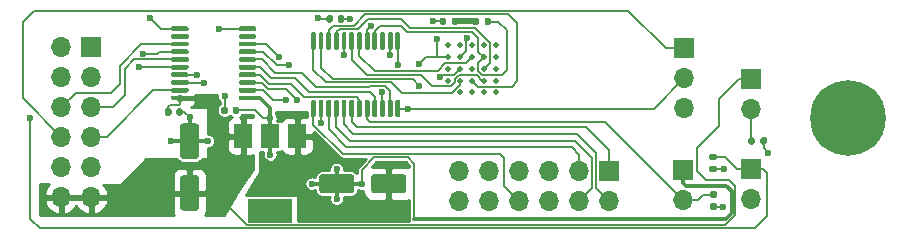
<source format=gbr>
G04 #@! TF.GenerationSoftware,KiCad,Pcbnew,(5.1.10)-1*
G04 #@! TF.CreationDate,2021-08-03T19:53:46-05:00*
G04 #@! TF.ProjectId,spimux,7370696d-7578-42e6-9b69-6361645f7063,rev?*
G04 #@! TF.SameCoordinates,Original*
G04 #@! TF.FileFunction,Copper,L1,Top*
G04 #@! TF.FilePolarity,Positive*
%FSLAX46Y46*%
G04 Gerber Fmt 4.6, Leading zero omitted, Abs format (unit mm)*
G04 Created by KiCad (PCBNEW (5.1.10)-1) date 2021-08-03 19:53:46*
%MOMM*%
%LPD*%
G01*
G04 APERTURE LIST*
G04 #@! TA.AperFunction,ComponentPad*
%ADD10C,6.400000*%
G04 #@! TD*
G04 #@! TA.AperFunction,SMDPad,CuDef*
%ADD11C,0.500000*%
G04 #@! TD*
G04 #@! TA.AperFunction,ComponentPad*
%ADD12O,1.700000X1.700000*%
G04 #@! TD*
G04 #@! TA.AperFunction,ComponentPad*
%ADD13R,1.700000X1.700000*%
G04 #@! TD*
G04 #@! TA.AperFunction,SMDPad,CuDef*
%ADD14R,1.500000X2.000000*%
G04 #@! TD*
G04 #@! TA.AperFunction,SMDPad,CuDef*
%ADD15R,3.800000X2.000000*%
G04 #@! TD*
G04 #@! TA.AperFunction,ViaPad*
%ADD16C,0.600000*%
G04 #@! TD*
G04 #@! TA.AperFunction,Conductor*
%ADD17C,0.160000*%
G04 #@! TD*
G04 #@! TA.AperFunction,Conductor*
%ADD18C,0.300000*%
G04 #@! TD*
G04 #@! TA.AperFunction,Conductor*
%ADD19C,0.500000*%
G04 #@! TD*
G04 #@! TA.AperFunction,Conductor*
%ADD20C,0.254000*%
G04 #@! TD*
G04 #@! TA.AperFunction,Conductor*
%ADD21C,0.100000*%
G04 #@! TD*
G04 APERTURE END LIST*
D10*
X170430000Y-99770000D03*
D11*
X140610000Y-93580000D03*
X139610000Y-93580000D03*
X138610000Y-93580000D03*
X137610000Y-93580000D03*
X136610000Y-93580000D03*
X140610000Y-94580000D03*
X139610000Y-94580000D03*
X138610000Y-94580000D03*
X137610000Y-94580000D03*
X136610000Y-94580000D03*
X140610000Y-95580000D03*
X139610000Y-95580000D03*
X138610000Y-95580000D03*
X137610000Y-95580000D03*
X136610000Y-95580000D03*
X140610000Y-96580000D03*
X139610000Y-96580000D03*
X138610000Y-96580000D03*
X137610000Y-96580000D03*
X136610000Y-96580000D03*
X140610000Y-97580000D03*
X139610000Y-97580000D03*
X138610000Y-97580000D03*
X137610000Y-97580000D03*
G04 #@! TA.AperFunction,SMDPad,CuDef*
G36*
G01*
X114605000Y-97935000D02*
X114605000Y-98135000D01*
G75*
G02*
X114505000Y-98235000I-100000J0D01*
G01*
X113230000Y-98235000D01*
G75*
G02*
X113130000Y-98135000I0J100000D01*
G01*
X113130000Y-97935000D01*
G75*
G02*
X113230000Y-97835000I100000J0D01*
G01*
X114505000Y-97835000D01*
G75*
G02*
X114605000Y-97935000I0J-100000D01*
G01*
G37*
G04 #@! TD.AperFunction*
G04 #@! TA.AperFunction,SMDPad,CuDef*
G36*
G01*
X114605000Y-97285000D02*
X114605000Y-97485000D01*
G75*
G02*
X114505000Y-97585000I-100000J0D01*
G01*
X113230000Y-97585000D01*
G75*
G02*
X113130000Y-97485000I0J100000D01*
G01*
X113130000Y-97285000D01*
G75*
G02*
X113230000Y-97185000I100000J0D01*
G01*
X114505000Y-97185000D01*
G75*
G02*
X114605000Y-97285000I0J-100000D01*
G01*
G37*
G04 #@! TD.AperFunction*
G04 #@! TA.AperFunction,SMDPad,CuDef*
G36*
G01*
X114605000Y-96635000D02*
X114605000Y-96835000D01*
G75*
G02*
X114505000Y-96935000I-100000J0D01*
G01*
X113230000Y-96935000D01*
G75*
G02*
X113130000Y-96835000I0J100000D01*
G01*
X113130000Y-96635000D01*
G75*
G02*
X113230000Y-96535000I100000J0D01*
G01*
X114505000Y-96535000D01*
G75*
G02*
X114605000Y-96635000I0J-100000D01*
G01*
G37*
G04 #@! TD.AperFunction*
G04 #@! TA.AperFunction,SMDPad,CuDef*
G36*
G01*
X114605000Y-95985000D02*
X114605000Y-96185000D01*
G75*
G02*
X114505000Y-96285000I-100000J0D01*
G01*
X113230000Y-96285000D01*
G75*
G02*
X113130000Y-96185000I0J100000D01*
G01*
X113130000Y-95985000D01*
G75*
G02*
X113230000Y-95885000I100000J0D01*
G01*
X114505000Y-95885000D01*
G75*
G02*
X114605000Y-95985000I0J-100000D01*
G01*
G37*
G04 #@! TD.AperFunction*
G04 #@! TA.AperFunction,SMDPad,CuDef*
G36*
G01*
X114605000Y-95335000D02*
X114605000Y-95535000D01*
G75*
G02*
X114505000Y-95635000I-100000J0D01*
G01*
X113230000Y-95635000D01*
G75*
G02*
X113130000Y-95535000I0J100000D01*
G01*
X113130000Y-95335000D01*
G75*
G02*
X113230000Y-95235000I100000J0D01*
G01*
X114505000Y-95235000D01*
G75*
G02*
X114605000Y-95335000I0J-100000D01*
G01*
G37*
G04 #@! TD.AperFunction*
G04 #@! TA.AperFunction,SMDPad,CuDef*
G36*
G01*
X114605000Y-94685000D02*
X114605000Y-94885000D01*
G75*
G02*
X114505000Y-94985000I-100000J0D01*
G01*
X113230000Y-94985000D01*
G75*
G02*
X113130000Y-94885000I0J100000D01*
G01*
X113130000Y-94685000D01*
G75*
G02*
X113230000Y-94585000I100000J0D01*
G01*
X114505000Y-94585000D01*
G75*
G02*
X114605000Y-94685000I0J-100000D01*
G01*
G37*
G04 #@! TD.AperFunction*
G04 #@! TA.AperFunction,SMDPad,CuDef*
G36*
G01*
X114605000Y-94035000D02*
X114605000Y-94235000D01*
G75*
G02*
X114505000Y-94335000I-100000J0D01*
G01*
X113230000Y-94335000D01*
G75*
G02*
X113130000Y-94235000I0J100000D01*
G01*
X113130000Y-94035000D01*
G75*
G02*
X113230000Y-93935000I100000J0D01*
G01*
X114505000Y-93935000D01*
G75*
G02*
X114605000Y-94035000I0J-100000D01*
G01*
G37*
G04 #@! TD.AperFunction*
G04 #@! TA.AperFunction,SMDPad,CuDef*
G36*
G01*
X114605000Y-93385000D02*
X114605000Y-93585000D01*
G75*
G02*
X114505000Y-93685000I-100000J0D01*
G01*
X113230000Y-93685000D01*
G75*
G02*
X113130000Y-93585000I0J100000D01*
G01*
X113130000Y-93385000D01*
G75*
G02*
X113230000Y-93285000I100000J0D01*
G01*
X114505000Y-93285000D01*
G75*
G02*
X114605000Y-93385000I0J-100000D01*
G01*
G37*
G04 #@! TD.AperFunction*
G04 #@! TA.AperFunction,SMDPad,CuDef*
G36*
G01*
X114605000Y-92735000D02*
X114605000Y-92935000D01*
G75*
G02*
X114505000Y-93035000I-100000J0D01*
G01*
X113230000Y-93035000D01*
G75*
G02*
X113130000Y-92935000I0J100000D01*
G01*
X113130000Y-92735000D01*
G75*
G02*
X113230000Y-92635000I100000J0D01*
G01*
X114505000Y-92635000D01*
G75*
G02*
X114605000Y-92735000I0J-100000D01*
G01*
G37*
G04 #@! TD.AperFunction*
G04 #@! TA.AperFunction,SMDPad,CuDef*
G36*
G01*
X114605000Y-92085000D02*
X114605000Y-92285000D01*
G75*
G02*
X114505000Y-92385000I-100000J0D01*
G01*
X113230000Y-92385000D01*
G75*
G02*
X113130000Y-92285000I0J100000D01*
G01*
X113130000Y-92085000D01*
G75*
G02*
X113230000Y-91985000I100000J0D01*
G01*
X114505000Y-91985000D01*
G75*
G02*
X114605000Y-92085000I0J-100000D01*
G01*
G37*
G04 #@! TD.AperFunction*
G04 #@! TA.AperFunction,SMDPad,CuDef*
G36*
G01*
X120330000Y-92085000D02*
X120330000Y-92285000D01*
G75*
G02*
X120230000Y-92385000I-100000J0D01*
G01*
X118955000Y-92385000D01*
G75*
G02*
X118855000Y-92285000I0J100000D01*
G01*
X118855000Y-92085000D01*
G75*
G02*
X118955000Y-91985000I100000J0D01*
G01*
X120230000Y-91985000D01*
G75*
G02*
X120330000Y-92085000I0J-100000D01*
G01*
G37*
G04 #@! TD.AperFunction*
G04 #@! TA.AperFunction,SMDPad,CuDef*
G36*
G01*
X120330000Y-92735000D02*
X120330000Y-92935000D01*
G75*
G02*
X120230000Y-93035000I-100000J0D01*
G01*
X118955000Y-93035000D01*
G75*
G02*
X118855000Y-92935000I0J100000D01*
G01*
X118855000Y-92735000D01*
G75*
G02*
X118955000Y-92635000I100000J0D01*
G01*
X120230000Y-92635000D01*
G75*
G02*
X120330000Y-92735000I0J-100000D01*
G01*
G37*
G04 #@! TD.AperFunction*
G04 #@! TA.AperFunction,SMDPad,CuDef*
G36*
G01*
X120330000Y-93385000D02*
X120330000Y-93585000D01*
G75*
G02*
X120230000Y-93685000I-100000J0D01*
G01*
X118955000Y-93685000D01*
G75*
G02*
X118855000Y-93585000I0J100000D01*
G01*
X118855000Y-93385000D01*
G75*
G02*
X118955000Y-93285000I100000J0D01*
G01*
X120230000Y-93285000D01*
G75*
G02*
X120330000Y-93385000I0J-100000D01*
G01*
G37*
G04 #@! TD.AperFunction*
G04 #@! TA.AperFunction,SMDPad,CuDef*
G36*
G01*
X120330000Y-94035000D02*
X120330000Y-94235000D01*
G75*
G02*
X120230000Y-94335000I-100000J0D01*
G01*
X118955000Y-94335000D01*
G75*
G02*
X118855000Y-94235000I0J100000D01*
G01*
X118855000Y-94035000D01*
G75*
G02*
X118955000Y-93935000I100000J0D01*
G01*
X120230000Y-93935000D01*
G75*
G02*
X120330000Y-94035000I0J-100000D01*
G01*
G37*
G04 #@! TD.AperFunction*
G04 #@! TA.AperFunction,SMDPad,CuDef*
G36*
G01*
X120330000Y-94685000D02*
X120330000Y-94885000D01*
G75*
G02*
X120230000Y-94985000I-100000J0D01*
G01*
X118955000Y-94985000D01*
G75*
G02*
X118855000Y-94885000I0J100000D01*
G01*
X118855000Y-94685000D01*
G75*
G02*
X118955000Y-94585000I100000J0D01*
G01*
X120230000Y-94585000D01*
G75*
G02*
X120330000Y-94685000I0J-100000D01*
G01*
G37*
G04 #@! TD.AperFunction*
G04 #@! TA.AperFunction,SMDPad,CuDef*
G36*
G01*
X120330000Y-95335000D02*
X120330000Y-95535000D01*
G75*
G02*
X120230000Y-95635000I-100000J0D01*
G01*
X118955000Y-95635000D01*
G75*
G02*
X118855000Y-95535000I0J100000D01*
G01*
X118855000Y-95335000D01*
G75*
G02*
X118955000Y-95235000I100000J0D01*
G01*
X120230000Y-95235000D01*
G75*
G02*
X120330000Y-95335000I0J-100000D01*
G01*
G37*
G04 #@! TD.AperFunction*
G04 #@! TA.AperFunction,SMDPad,CuDef*
G36*
G01*
X120330000Y-95985000D02*
X120330000Y-96185000D01*
G75*
G02*
X120230000Y-96285000I-100000J0D01*
G01*
X118955000Y-96285000D01*
G75*
G02*
X118855000Y-96185000I0J100000D01*
G01*
X118855000Y-95985000D01*
G75*
G02*
X118955000Y-95885000I100000J0D01*
G01*
X120230000Y-95885000D01*
G75*
G02*
X120330000Y-95985000I0J-100000D01*
G01*
G37*
G04 #@! TD.AperFunction*
G04 #@! TA.AperFunction,SMDPad,CuDef*
G36*
G01*
X120330000Y-96635000D02*
X120330000Y-96835000D01*
G75*
G02*
X120230000Y-96935000I-100000J0D01*
G01*
X118955000Y-96935000D01*
G75*
G02*
X118855000Y-96835000I0J100000D01*
G01*
X118855000Y-96635000D01*
G75*
G02*
X118955000Y-96535000I100000J0D01*
G01*
X120230000Y-96535000D01*
G75*
G02*
X120330000Y-96635000I0J-100000D01*
G01*
G37*
G04 #@! TD.AperFunction*
G04 #@! TA.AperFunction,SMDPad,CuDef*
G36*
G01*
X120330000Y-97285000D02*
X120330000Y-97485000D01*
G75*
G02*
X120230000Y-97585000I-100000J0D01*
G01*
X118955000Y-97585000D01*
G75*
G02*
X118855000Y-97485000I0J100000D01*
G01*
X118855000Y-97285000D01*
G75*
G02*
X118955000Y-97185000I100000J0D01*
G01*
X120230000Y-97185000D01*
G75*
G02*
X120330000Y-97285000I0J-100000D01*
G01*
G37*
G04 #@! TD.AperFunction*
G04 #@! TA.AperFunction,SMDPad,CuDef*
G36*
G01*
X120330000Y-97935000D02*
X120330000Y-98135000D01*
G75*
G02*
X120230000Y-98235000I-100000J0D01*
G01*
X118955000Y-98235000D01*
G75*
G02*
X118855000Y-98135000I0J100000D01*
G01*
X118855000Y-97935000D01*
G75*
G02*
X118955000Y-97835000I100000J0D01*
G01*
X120230000Y-97835000D01*
G75*
G02*
X120330000Y-97935000I0J-100000D01*
G01*
G37*
G04 #@! TD.AperFunction*
G04 #@! TA.AperFunction,SMDPad,CuDef*
G36*
G01*
X117930000Y-98920000D02*
X117930000Y-99260000D01*
G75*
G02*
X117790000Y-99400000I-140000J0D01*
G01*
X117510000Y-99400000D01*
G75*
G02*
X117370000Y-99260000I0J140000D01*
G01*
X117370000Y-98920000D01*
G75*
G02*
X117510000Y-98780000I140000J0D01*
G01*
X117790000Y-98780000D01*
G75*
G02*
X117930000Y-98920000I0J-140000D01*
G01*
G37*
G04 #@! TD.AperFunction*
G04 #@! TA.AperFunction,SMDPad,CuDef*
G36*
G01*
X118890000Y-98920000D02*
X118890000Y-99260000D01*
G75*
G02*
X118750000Y-99400000I-140000J0D01*
G01*
X118470000Y-99400000D01*
G75*
G02*
X118330000Y-99260000I0J140000D01*
G01*
X118330000Y-98920000D01*
G75*
G02*
X118470000Y-98780000I140000J0D01*
G01*
X118750000Y-98780000D01*
G75*
G02*
X118890000Y-98920000I0J-140000D01*
G01*
G37*
G04 #@! TD.AperFunction*
D12*
X137510000Y-106780000D03*
X137510000Y-104240000D03*
X140050000Y-106780000D03*
X140050000Y-104240000D03*
X142590000Y-106780000D03*
X142590000Y-104240000D03*
X145130000Y-106780000D03*
X145130000Y-104240000D03*
X147670000Y-106780000D03*
X147670000Y-104240000D03*
X150210000Y-106780000D03*
D13*
X150210000Y-104240000D03*
G04 #@! TA.AperFunction,SMDPad,CuDef*
G36*
G01*
X132225000Y-98205000D02*
X132425000Y-98205000D01*
G75*
G02*
X132525000Y-98305000I0J-100000D01*
G01*
X132525000Y-99580000D01*
G75*
G02*
X132425000Y-99680000I-100000J0D01*
G01*
X132225000Y-99680000D01*
G75*
G02*
X132125000Y-99580000I0J100000D01*
G01*
X132125000Y-98305000D01*
G75*
G02*
X132225000Y-98205000I100000J0D01*
G01*
G37*
G04 #@! TD.AperFunction*
G04 #@! TA.AperFunction,SMDPad,CuDef*
G36*
G01*
X131575000Y-98205000D02*
X131775000Y-98205000D01*
G75*
G02*
X131875000Y-98305000I0J-100000D01*
G01*
X131875000Y-99580000D01*
G75*
G02*
X131775000Y-99680000I-100000J0D01*
G01*
X131575000Y-99680000D01*
G75*
G02*
X131475000Y-99580000I0J100000D01*
G01*
X131475000Y-98305000D01*
G75*
G02*
X131575000Y-98205000I100000J0D01*
G01*
G37*
G04 #@! TD.AperFunction*
G04 #@! TA.AperFunction,SMDPad,CuDef*
G36*
G01*
X130925000Y-98205000D02*
X131125000Y-98205000D01*
G75*
G02*
X131225000Y-98305000I0J-100000D01*
G01*
X131225000Y-99580000D01*
G75*
G02*
X131125000Y-99680000I-100000J0D01*
G01*
X130925000Y-99680000D01*
G75*
G02*
X130825000Y-99580000I0J100000D01*
G01*
X130825000Y-98305000D01*
G75*
G02*
X130925000Y-98205000I100000J0D01*
G01*
G37*
G04 #@! TD.AperFunction*
G04 #@! TA.AperFunction,SMDPad,CuDef*
G36*
G01*
X130275000Y-98205000D02*
X130475000Y-98205000D01*
G75*
G02*
X130575000Y-98305000I0J-100000D01*
G01*
X130575000Y-99580000D01*
G75*
G02*
X130475000Y-99680000I-100000J0D01*
G01*
X130275000Y-99680000D01*
G75*
G02*
X130175000Y-99580000I0J100000D01*
G01*
X130175000Y-98305000D01*
G75*
G02*
X130275000Y-98205000I100000J0D01*
G01*
G37*
G04 #@! TD.AperFunction*
G04 #@! TA.AperFunction,SMDPad,CuDef*
G36*
G01*
X129625000Y-98205000D02*
X129825000Y-98205000D01*
G75*
G02*
X129925000Y-98305000I0J-100000D01*
G01*
X129925000Y-99580000D01*
G75*
G02*
X129825000Y-99680000I-100000J0D01*
G01*
X129625000Y-99680000D01*
G75*
G02*
X129525000Y-99580000I0J100000D01*
G01*
X129525000Y-98305000D01*
G75*
G02*
X129625000Y-98205000I100000J0D01*
G01*
G37*
G04 #@! TD.AperFunction*
G04 #@! TA.AperFunction,SMDPad,CuDef*
G36*
G01*
X128975000Y-98205000D02*
X129175000Y-98205000D01*
G75*
G02*
X129275000Y-98305000I0J-100000D01*
G01*
X129275000Y-99580000D01*
G75*
G02*
X129175000Y-99680000I-100000J0D01*
G01*
X128975000Y-99680000D01*
G75*
G02*
X128875000Y-99580000I0J100000D01*
G01*
X128875000Y-98305000D01*
G75*
G02*
X128975000Y-98205000I100000J0D01*
G01*
G37*
G04 #@! TD.AperFunction*
G04 #@! TA.AperFunction,SMDPad,CuDef*
G36*
G01*
X128325000Y-98205000D02*
X128525000Y-98205000D01*
G75*
G02*
X128625000Y-98305000I0J-100000D01*
G01*
X128625000Y-99580000D01*
G75*
G02*
X128525000Y-99680000I-100000J0D01*
G01*
X128325000Y-99680000D01*
G75*
G02*
X128225000Y-99580000I0J100000D01*
G01*
X128225000Y-98305000D01*
G75*
G02*
X128325000Y-98205000I100000J0D01*
G01*
G37*
G04 #@! TD.AperFunction*
G04 #@! TA.AperFunction,SMDPad,CuDef*
G36*
G01*
X127675000Y-98205000D02*
X127875000Y-98205000D01*
G75*
G02*
X127975000Y-98305000I0J-100000D01*
G01*
X127975000Y-99580000D01*
G75*
G02*
X127875000Y-99680000I-100000J0D01*
G01*
X127675000Y-99680000D01*
G75*
G02*
X127575000Y-99580000I0J100000D01*
G01*
X127575000Y-98305000D01*
G75*
G02*
X127675000Y-98205000I100000J0D01*
G01*
G37*
G04 #@! TD.AperFunction*
G04 #@! TA.AperFunction,SMDPad,CuDef*
G36*
G01*
X127025000Y-98205000D02*
X127225000Y-98205000D01*
G75*
G02*
X127325000Y-98305000I0J-100000D01*
G01*
X127325000Y-99580000D01*
G75*
G02*
X127225000Y-99680000I-100000J0D01*
G01*
X127025000Y-99680000D01*
G75*
G02*
X126925000Y-99580000I0J100000D01*
G01*
X126925000Y-98305000D01*
G75*
G02*
X127025000Y-98205000I100000J0D01*
G01*
G37*
G04 #@! TD.AperFunction*
G04 #@! TA.AperFunction,SMDPad,CuDef*
G36*
G01*
X126375000Y-98205000D02*
X126575000Y-98205000D01*
G75*
G02*
X126675000Y-98305000I0J-100000D01*
G01*
X126675000Y-99580000D01*
G75*
G02*
X126575000Y-99680000I-100000J0D01*
G01*
X126375000Y-99680000D01*
G75*
G02*
X126275000Y-99580000I0J100000D01*
G01*
X126275000Y-98305000D01*
G75*
G02*
X126375000Y-98205000I100000J0D01*
G01*
G37*
G04 #@! TD.AperFunction*
G04 #@! TA.AperFunction,SMDPad,CuDef*
G36*
G01*
X125725000Y-98205000D02*
X125925000Y-98205000D01*
G75*
G02*
X126025000Y-98305000I0J-100000D01*
G01*
X126025000Y-99580000D01*
G75*
G02*
X125925000Y-99680000I-100000J0D01*
G01*
X125725000Y-99680000D01*
G75*
G02*
X125625000Y-99580000I0J100000D01*
G01*
X125625000Y-98305000D01*
G75*
G02*
X125725000Y-98205000I100000J0D01*
G01*
G37*
G04 #@! TD.AperFunction*
G04 #@! TA.AperFunction,SMDPad,CuDef*
G36*
G01*
X125075000Y-98205000D02*
X125275000Y-98205000D01*
G75*
G02*
X125375000Y-98305000I0J-100000D01*
G01*
X125375000Y-99580000D01*
G75*
G02*
X125275000Y-99680000I-100000J0D01*
G01*
X125075000Y-99680000D01*
G75*
G02*
X124975000Y-99580000I0J100000D01*
G01*
X124975000Y-98305000D01*
G75*
G02*
X125075000Y-98205000I100000J0D01*
G01*
G37*
G04 #@! TD.AperFunction*
G04 #@! TA.AperFunction,SMDPad,CuDef*
G36*
G01*
X125075000Y-92480000D02*
X125275000Y-92480000D01*
G75*
G02*
X125375000Y-92580000I0J-100000D01*
G01*
X125375000Y-93855000D01*
G75*
G02*
X125275000Y-93955000I-100000J0D01*
G01*
X125075000Y-93955000D01*
G75*
G02*
X124975000Y-93855000I0J100000D01*
G01*
X124975000Y-92580000D01*
G75*
G02*
X125075000Y-92480000I100000J0D01*
G01*
G37*
G04 #@! TD.AperFunction*
G04 #@! TA.AperFunction,SMDPad,CuDef*
G36*
G01*
X125725000Y-92480000D02*
X125925000Y-92480000D01*
G75*
G02*
X126025000Y-92580000I0J-100000D01*
G01*
X126025000Y-93855000D01*
G75*
G02*
X125925000Y-93955000I-100000J0D01*
G01*
X125725000Y-93955000D01*
G75*
G02*
X125625000Y-93855000I0J100000D01*
G01*
X125625000Y-92580000D01*
G75*
G02*
X125725000Y-92480000I100000J0D01*
G01*
G37*
G04 #@! TD.AperFunction*
G04 #@! TA.AperFunction,SMDPad,CuDef*
G36*
G01*
X126375000Y-92480000D02*
X126575000Y-92480000D01*
G75*
G02*
X126675000Y-92580000I0J-100000D01*
G01*
X126675000Y-93855000D01*
G75*
G02*
X126575000Y-93955000I-100000J0D01*
G01*
X126375000Y-93955000D01*
G75*
G02*
X126275000Y-93855000I0J100000D01*
G01*
X126275000Y-92580000D01*
G75*
G02*
X126375000Y-92480000I100000J0D01*
G01*
G37*
G04 #@! TD.AperFunction*
G04 #@! TA.AperFunction,SMDPad,CuDef*
G36*
G01*
X127025000Y-92480000D02*
X127225000Y-92480000D01*
G75*
G02*
X127325000Y-92580000I0J-100000D01*
G01*
X127325000Y-93855000D01*
G75*
G02*
X127225000Y-93955000I-100000J0D01*
G01*
X127025000Y-93955000D01*
G75*
G02*
X126925000Y-93855000I0J100000D01*
G01*
X126925000Y-92580000D01*
G75*
G02*
X127025000Y-92480000I100000J0D01*
G01*
G37*
G04 #@! TD.AperFunction*
G04 #@! TA.AperFunction,SMDPad,CuDef*
G36*
G01*
X127675000Y-92480000D02*
X127875000Y-92480000D01*
G75*
G02*
X127975000Y-92580000I0J-100000D01*
G01*
X127975000Y-93855000D01*
G75*
G02*
X127875000Y-93955000I-100000J0D01*
G01*
X127675000Y-93955000D01*
G75*
G02*
X127575000Y-93855000I0J100000D01*
G01*
X127575000Y-92580000D01*
G75*
G02*
X127675000Y-92480000I100000J0D01*
G01*
G37*
G04 #@! TD.AperFunction*
G04 #@! TA.AperFunction,SMDPad,CuDef*
G36*
G01*
X128325000Y-92480000D02*
X128525000Y-92480000D01*
G75*
G02*
X128625000Y-92580000I0J-100000D01*
G01*
X128625000Y-93855000D01*
G75*
G02*
X128525000Y-93955000I-100000J0D01*
G01*
X128325000Y-93955000D01*
G75*
G02*
X128225000Y-93855000I0J100000D01*
G01*
X128225000Y-92580000D01*
G75*
G02*
X128325000Y-92480000I100000J0D01*
G01*
G37*
G04 #@! TD.AperFunction*
G04 #@! TA.AperFunction,SMDPad,CuDef*
G36*
G01*
X128975000Y-92480000D02*
X129175000Y-92480000D01*
G75*
G02*
X129275000Y-92580000I0J-100000D01*
G01*
X129275000Y-93855000D01*
G75*
G02*
X129175000Y-93955000I-100000J0D01*
G01*
X128975000Y-93955000D01*
G75*
G02*
X128875000Y-93855000I0J100000D01*
G01*
X128875000Y-92580000D01*
G75*
G02*
X128975000Y-92480000I100000J0D01*
G01*
G37*
G04 #@! TD.AperFunction*
G04 #@! TA.AperFunction,SMDPad,CuDef*
G36*
G01*
X129625000Y-92480000D02*
X129825000Y-92480000D01*
G75*
G02*
X129925000Y-92580000I0J-100000D01*
G01*
X129925000Y-93855000D01*
G75*
G02*
X129825000Y-93955000I-100000J0D01*
G01*
X129625000Y-93955000D01*
G75*
G02*
X129525000Y-93855000I0J100000D01*
G01*
X129525000Y-92580000D01*
G75*
G02*
X129625000Y-92480000I100000J0D01*
G01*
G37*
G04 #@! TD.AperFunction*
G04 #@! TA.AperFunction,SMDPad,CuDef*
G36*
G01*
X130275000Y-92480000D02*
X130475000Y-92480000D01*
G75*
G02*
X130575000Y-92580000I0J-100000D01*
G01*
X130575000Y-93855000D01*
G75*
G02*
X130475000Y-93955000I-100000J0D01*
G01*
X130275000Y-93955000D01*
G75*
G02*
X130175000Y-93855000I0J100000D01*
G01*
X130175000Y-92580000D01*
G75*
G02*
X130275000Y-92480000I100000J0D01*
G01*
G37*
G04 #@! TD.AperFunction*
G04 #@! TA.AperFunction,SMDPad,CuDef*
G36*
G01*
X130925000Y-92480000D02*
X131125000Y-92480000D01*
G75*
G02*
X131225000Y-92580000I0J-100000D01*
G01*
X131225000Y-93855000D01*
G75*
G02*
X131125000Y-93955000I-100000J0D01*
G01*
X130925000Y-93955000D01*
G75*
G02*
X130825000Y-93855000I0J100000D01*
G01*
X130825000Y-92580000D01*
G75*
G02*
X130925000Y-92480000I100000J0D01*
G01*
G37*
G04 #@! TD.AperFunction*
G04 #@! TA.AperFunction,SMDPad,CuDef*
G36*
G01*
X131575000Y-92480000D02*
X131775000Y-92480000D01*
G75*
G02*
X131875000Y-92580000I0J-100000D01*
G01*
X131875000Y-93855000D01*
G75*
G02*
X131775000Y-93955000I-100000J0D01*
G01*
X131575000Y-93955000D01*
G75*
G02*
X131475000Y-93855000I0J100000D01*
G01*
X131475000Y-92580000D01*
G75*
G02*
X131575000Y-92480000I100000J0D01*
G01*
G37*
G04 #@! TD.AperFunction*
G04 #@! TA.AperFunction,SMDPad,CuDef*
G36*
G01*
X132225000Y-92480000D02*
X132425000Y-92480000D01*
G75*
G02*
X132525000Y-92580000I0J-100000D01*
G01*
X132525000Y-93855000D01*
G75*
G02*
X132425000Y-93955000I-100000J0D01*
G01*
X132225000Y-93955000D01*
G75*
G02*
X132125000Y-93855000I0J100000D01*
G01*
X132125000Y-92580000D01*
G75*
G02*
X132225000Y-92480000I100000J0D01*
G01*
G37*
G04 #@! TD.AperFunction*
D14*
X123820000Y-101280000D03*
X119220000Y-101280000D03*
X121520000Y-101280000D03*
D15*
X121520000Y-107580000D03*
G04 #@! TA.AperFunction,SMDPad,CuDef*
G36*
G01*
X136410000Y-91375000D02*
X136410000Y-91745000D01*
G75*
G02*
X136275000Y-91880000I-135000J0D01*
G01*
X136005000Y-91880000D01*
G75*
G02*
X135870000Y-91745000I0J135000D01*
G01*
X135870000Y-91375000D01*
G75*
G02*
X136005000Y-91240000I135000J0D01*
G01*
X136275000Y-91240000D01*
G75*
G02*
X136410000Y-91375000I0J-135000D01*
G01*
G37*
G04 #@! TD.AperFunction*
G04 #@! TA.AperFunction,SMDPad,CuDef*
G36*
G01*
X137430000Y-91375000D02*
X137430000Y-91745000D01*
G75*
G02*
X137295000Y-91880000I-135000J0D01*
G01*
X137025000Y-91880000D01*
G75*
G02*
X136890000Y-91745000I0J135000D01*
G01*
X136890000Y-91375000D01*
G75*
G02*
X137025000Y-91240000I135000J0D01*
G01*
X137295000Y-91240000D01*
G75*
G02*
X137430000Y-91375000I0J-135000D01*
G01*
G37*
G04 #@! TD.AperFunction*
G04 #@! TA.AperFunction,SMDPad,CuDef*
G36*
G01*
X139670000Y-91755000D02*
X139670000Y-91385000D01*
G75*
G02*
X139805000Y-91250000I135000J0D01*
G01*
X140075000Y-91250000D01*
G75*
G02*
X140210000Y-91385000I0J-135000D01*
G01*
X140210000Y-91755000D01*
G75*
G02*
X140075000Y-91890000I-135000J0D01*
G01*
X139805000Y-91890000D01*
G75*
G02*
X139670000Y-91755000I0J135000D01*
G01*
G37*
G04 #@! TD.AperFunction*
G04 #@! TA.AperFunction,SMDPad,CuDef*
G36*
G01*
X138650000Y-91755000D02*
X138650000Y-91385000D01*
G75*
G02*
X138785000Y-91250000I135000J0D01*
G01*
X139055000Y-91250000D01*
G75*
G02*
X139190000Y-91385000I0J-135000D01*
G01*
X139190000Y-91755000D01*
G75*
G02*
X139055000Y-91890000I-135000J0D01*
G01*
X138785000Y-91890000D01*
G75*
G02*
X138650000Y-91755000I0J135000D01*
G01*
G37*
G04 #@! TD.AperFunction*
G04 #@! TA.AperFunction,SMDPad,CuDef*
G36*
G01*
X163020000Y-101865000D02*
X163020000Y-101495000D01*
G75*
G02*
X163155000Y-101360000I135000J0D01*
G01*
X163425000Y-101360000D01*
G75*
G02*
X163560000Y-101495000I0J-135000D01*
G01*
X163560000Y-101865000D01*
G75*
G02*
X163425000Y-102000000I-135000J0D01*
G01*
X163155000Y-102000000D01*
G75*
G02*
X163020000Y-101865000I0J135000D01*
G01*
G37*
G04 #@! TD.AperFunction*
G04 #@! TA.AperFunction,SMDPad,CuDef*
G36*
G01*
X162000000Y-101865000D02*
X162000000Y-101495000D01*
G75*
G02*
X162135000Y-101360000I135000J0D01*
G01*
X162405000Y-101360000D01*
G75*
G02*
X162540000Y-101495000I0J-135000D01*
G01*
X162540000Y-101865000D01*
G75*
G02*
X162405000Y-102000000I-135000J0D01*
G01*
X162135000Y-102000000D01*
G75*
G02*
X162000000Y-101865000I0J135000D01*
G01*
G37*
G04 #@! TD.AperFunction*
G04 #@! TA.AperFunction,SMDPad,CuDef*
G36*
G01*
X159195000Y-103290000D02*
X158825000Y-103290000D01*
G75*
G02*
X158690000Y-103155000I0J135000D01*
G01*
X158690000Y-102885000D01*
G75*
G02*
X158825000Y-102750000I135000J0D01*
G01*
X159195000Y-102750000D01*
G75*
G02*
X159330000Y-102885000I0J-135000D01*
G01*
X159330000Y-103155000D01*
G75*
G02*
X159195000Y-103290000I-135000J0D01*
G01*
G37*
G04 #@! TD.AperFunction*
G04 #@! TA.AperFunction,SMDPad,CuDef*
G36*
G01*
X159195000Y-104310000D02*
X158825000Y-104310000D01*
G75*
G02*
X158690000Y-104175000I0J135000D01*
G01*
X158690000Y-103905000D01*
G75*
G02*
X158825000Y-103770000I135000J0D01*
G01*
X159195000Y-103770000D01*
G75*
G02*
X159330000Y-103905000I0J-135000D01*
G01*
X159330000Y-104175000D01*
G75*
G02*
X159195000Y-104310000I-135000J0D01*
G01*
G37*
G04 #@! TD.AperFunction*
G04 #@! TA.AperFunction,SMDPad,CuDef*
G36*
G01*
X158855000Y-106970000D02*
X159225000Y-106970000D01*
G75*
G02*
X159360000Y-107105000I0J-135000D01*
G01*
X159360000Y-107375000D01*
G75*
G02*
X159225000Y-107510000I-135000J0D01*
G01*
X158855000Y-107510000D01*
G75*
G02*
X158720000Y-107375000I0J135000D01*
G01*
X158720000Y-107105000D01*
G75*
G02*
X158855000Y-106970000I135000J0D01*
G01*
G37*
G04 #@! TD.AperFunction*
G04 #@! TA.AperFunction,SMDPad,CuDef*
G36*
G01*
X158855000Y-105950000D02*
X159225000Y-105950000D01*
G75*
G02*
X159360000Y-106085000I0J-135000D01*
G01*
X159360000Y-106355000D01*
G75*
G02*
X159225000Y-106490000I-135000J0D01*
G01*
X158855000Y-106490000D01*
G75*
G02*
X158720000Y-106355000I0J135000D01*
G01*
X158720000Y-106085000D01*
G75*
G02*
X158855000Y-105950000I135000J0D01*
G01*
G37*
G04 #@! TD.AperFunction*
D12*
X156560000Y-98910000D03*
X156560000Y-96370000D03*
D13*
X156560000Y-93830000D03*
D12*
X162220000Y-98940000D03*
D13*
X162220000Y-96400000D03*
D12*
X103830000Y-106440000D03*
X106370000Y-106440000D03*
X103830000Y-103900000D03*
X106370000Y-103900000D03*
X103830000Y-101360000D03*
X106370000Y-101360000D03*
X103830000Y-98820000D03*
X106370000Y-98820000D03*
X103830000Y-96280000D03*
X106370000Y-96280000D03*
X103830000Y-93740000D03*
D13*
X106370000Y-93740000D03*
D12*
X162250000Y-106580000D03*
D13*
X162250000Y-104040000D03*
D12*
X156480000Y-106680000D03*
D13*
X156480000Y-104140000D03*
G04 #@! TA.AperFunction,SMDPad,CuDef*
G36*
G01*
X126840000Y-91180000D02*
X126840000Y-91520000D01*
G75*
G02*
X126700000Y-91660000I-140000J0D01*
G01*
X126420000Y-91660000D01*
G75*
G02*
X126280000Y-91520000I0J140000D01*
G01*
X126280000Y-91180000D01*
G75*
G02*
X126420000Y-91040000I140000J0D01*
G01*
X126700000Y-91040000D01*
G75*
G02*
X126840000Y-91180000I0J-140000D01*
G01*
G37*
G04 #@! TD.AperFunction*
G04 #@! TA.AperFunction,SMDPad,CuDef*
G36*
G01*
X127800000Y-91180000D02*
X127800000Y-91520000D01*
G75*
G02*
X127660000Y-91660000I-140000J0D01*
G01*
X127380000Y-91660000D01*
G75*
G02*
X127240000Y-91520000I0J140000D01*
G01*
X127240000Y-91180000D01*
G75*
G02*
X127380000Y-91040000I140000J0D01*
G01*
X127660000Y-91040000D01*
G75*
G02*
X127800000Y-91180000I0J-140000D01*
G01*
G37*
G04 #@! TD.AperFunction*
G04 #@! TA.AperFunction,SMDPad,CuDef*
G36*
G01*
X113570000Y-99400000D02*
X113570000Y-99060000D01*
G75*
G02*
X113710000Y-98920000I140000J0D01*
G01*
X113990000Y-98920000D01*
G75*
G02*
X114130000Y-99060000I0J-140000D01*
G01*
X114130000Y-99400000D01*
G75*
G02*
X113990000Y-99540000I-140000J0D01*
G01*
X113710000Y-99540000D01*
G75*
G02*
X113570000Y-99400000I0J140000D01*
G01*
G37*
G04 #@! TD.AperFunction*
G04 #@! TA.AperFunction,SMDPad,CuDef*
G36*
G01*
X112610000Y-99400000D02*
X112610000Y-99060000D01*
G75*
G02*
X112750000Y-98920000I140000J0D01*
G01*
X113030000Y-98920000D01*
G75*
G02*
X113170000Y-99060000I0J-140000D01*
G01*
X113170000Y-99400000D01*
G75*
G02*
X113030000Y-99540000I-140000J0D01*
G01*
X112750000Y-99540000D01*
G75*
G02*
X112610000Y-99400000I0J140000D01*
G01*
G37*
G04 #@! TD.AperFunction*
G04 #@! TA.AperFunction,SMDPad,CuDef*
G36*
G01*
X130050000Y-105850000D02*
X130050000Y-104750000D01*
G75*
G02*
X130300000Y-104500000I250000J0D01*
G01*
X132800000Y-104500000D01*
G75*
G02*
X133050000Y-104750000I0J-250000D01*
G01*
X133050000Y-105850000D01*
G75*
G02*
X132800000Y-106100000I-250000J0D01*
G01*
X130300000Y-106100000D01*
G75*
G02*
X130050000Y-105850000I0J250000D01*
G01*
G37*
G04 #@! TD.AperFunction*
G04 #@! TA.AperFunction,SMDPad,CuDef*
G36*
G01*
X125650000Y-105850000D02*
X125650000Y-104750000D01*
G75*
G02*
X125900000Y-104500000I250000J0D01*
G01*
X128400000Y-104500000D01*
G75*
G02*
X128650000Y-104750000I0J-250000D01*
G01*
X128650000Y-105850000D01*
G75*
G02*
X128400000Y-106100000I-250000J0D01*
G01*
X125900000Y-106100000D01*
G75*
G02*
X125650000Y-105850000I0J250000D01*
G01*
G37*
G04 #@! TD.AperFunction*
G04 #@! TA.AperFunction,SMDPad,CuDef*
G36*
G01*
X115240000Y-103190000D02*
X114140000Y-103190000D01*
G75*
G02*
X113890000Y-102940000I0J250000D01*
G01*
X113890000Y-100440000D01*
G75*
G02*
X114140000Y-100190000I250000J0D01*
G01*
X115240000Y-100190000D01*
G75*
G02*
X115490000Y-100440000I0J-250000D01*
G01*
X115490000Y-102940000D01*
G75*
G02*
X115240000Y-103190000I-250000J0D01*
G01*
G37*
G04 #@! TD.AperFunction*
G04 #@! TA.AperFunction,SMDPad,CuDef*
G36*
G01*
X115240000Y-107590000D02*
X114140000Y-107590000D01*
G75*
G02*
X113890000Y-107340000I0J250000D01*
G01*
X113890000Y-104840000D01*
G75*
G02*
X114140000Y-104590000I250000J0D01*
G01*
X115240000Y-104590000D01*
G75*
G02*
X115490000Y-104840000I0J-250000D01*
G01*
X115490000Y-107340000D01*
G75*
G02*
X115240000Y-107590000I-250000J0D01*
G01*
G37*
G04 #@! TD.AperFunction*
D16*
X130070000Y-91910000D03*
X135870000Y-96240000D03*
X113110000Y-101690000D03*
X114690000Y-99660000D03*
X116230000Y-101690000D03*
X131530000Y-103670000D03*
X131560000Y-107550000D03*
X124840000Y-107830000D03*
X159850000Y-107240000D03*
X163660000Y-102680000D03*
X125600000Y-91270000D03*
X111370000Y-91310000D03*
X117650000Y-97890000D03*
X138030000Y-91560000D03*
X128280000Y-91350000D03*
X121520000Y-99780000D03*
X121520000Y-102840000D03*
X127150000Y-104060000D03*
X129250000Y-105300000D03*
X127150000Y-106590000D03*
X125030000Y-105300000D03*
X159920000Y-104040000D03*
X138160011Y-92949989D03*
X127775000Y-94365022D03*
X101210000Y-99700000D03*
X117220000Y-92190000D03*
X110780000Y-94290000D03*
X110390000Y-95440000D03*
X115905000Y-96735000D03*
X115355000Y-96085000D03*
X134150000Y-97040000D03*
X133177500Y-98942500D03*
X125825000Y-100195000D03*
X134140000Y-95140000D03*
X135270000Y-91560000D03*
X135610000Y-93020000D03*
X123780000Y-98180000D03*
X122285000Y-94605000D03*
X131675000Y-94435000D03*
X123140000Y-95250000D03*
X132325000Y-95225000D03*
X122866998Y-98230000D03*
X131025000Y-97510009D03*
D17*
X129725000Y-93217500D02*
X129725000Y-92255000D01*
X129725000Y-92255000D02*
X130070000Y-91910000D01*
D18*
X114690000Y-101690000D02*
X113110000Y-101690000D01*
X114690000Y-101690000D02*
X114690000Y-99660000D01*
X114690000Y-101690000D02*
X116230000Y-101690000D01*
D17*
X159040000Y-107240000D02*
X159850000Y-107240000D01*
X163290000Y-101680000D02*
X163290000Y-102310000D01*
X163290000Y-102310000D02*
X163660000Y-102680000D01*
X113867500Y-92185000D02*
X112245000Y-92185000D01*
X112245000Y-92185000D02*
X111370000Y-91310000D01*
X114260000Y-99230000D02*
X114690000Y-99660000D01*
X113850000Y-99230000D02*
X114260000Y-99230000D01*
X117650000Y-99090000D02*
X117650000Y-97890000D01*
X125680000Y-91350000D02*
X125600000Y-91270000D01*
X126560000Y-91350000D02*
X125680000Y-91350000D01*
X136030000Y-96080000D02*
X135870000Y-96240000D01*
X137110000Y-96080000D02*
X136030000Y-96080000D01*
X137610000Y-95580000D02*
X137110000Y-96080000D01*
X112890000Y-99230000D02*
X112890000Y-98790000D01*
X112890000Y-98790000D02*
X113010000Y-98670000D01*
X113010000Y-98670000D02*
X113770000Y-98670000D01*
X113867500Y-98572500D02*
X113867500Y-98035000D01*
X113770000Y-98670000D02*
X113867500Y-98572500D01*
X159490000Y-100380000D02*
X159490000Y-98120000D01*
X157620000Y-102250000D02*
X159490000Y-100380000D01*
X157620000Y-104220000D02*
X157620000Y-102250000D01*
X158390000Y-104990000D02*
X157620000Y-104220000D01*
X160370000Y-104990000D02*
X158390000Y-104990000D01*
X160910011Y-105530011D02*
X160370000Y-104990000D01*
X160016706Y-108830000D02*
X160910011Y-107936695D01*
X161210000Y-96400000D02*
X162220000Y-96400000D01*
X119554998Y-108830000D02*
X160016706Y-108830000D01*
X159490000Y-98120000D02*
X161210000Y-96400000D01*
X116814998Y-106090000D02*
X119554998Y-108830000D01*
X160910011Y-107936695D02*
X160910011Y-105530011D01*
D19*
X137160000Y-91560000D02*
X138030000Y-91560000D01*
X138030000Y-91560000D02*
X138910000Y-91560000D01*
D17*
X127520000Y-91350000D02*
X128280000Y-91350000D01*
D18*
X121520000Y-101280000D02*
X121520000Y-102840000D01*
X121520000Y-101280000D02*
X121520000Y-99780000D01*
X127150000Y-105300000D02*
X125030000Y-105300000D01*
X127150000Y-105300000D02*
X127150000Y-104060000D01*
X127150000Y-105300000D02*
X127150000Y-106590000D01*
X127150000Y-105300000D02*
X129250000Y-105300000D01*
D17*
X133164999Y-103064999D02*
X130335001Y-103064999D01*
X133710000Y-108290000D02*
X133710000Y-103610000D01*
X129250000Y-104150000D02*
X129250000Y-105300000D01*
X130335001Y-103064999D02*
X129250000Y-104150000D01*
X133710000Y-103610000D02*
X133164999Y-103064999D01*
X159010000Y-104040000D02*
X159920000Y-104040000D01*
D18*
X121520000Y-99780000D02*
X121520000Y-98910000D01*
X120645000Y-98035000D02*
X119592500Y-98035000D01*
X121520000Y-98910000D02*
X120645000Y-98035000D01*
D17*
X118610000Y-99090000D02*
X120230000Y-99090000D01*
X120920000Y-99780000D02*
X121520000Y-99780000D01*
X120230000Y-99090000D02*
X120920000Y-99780000D01*
X138120000Y-94070000D02*
X138120000Y-92990000D01*
X137610000Y-94580000D02*
X138120000Y-94070000D01*
D18*
X160074999Y-108305001D02*
X133725001Y-108305001D01*
X160580000Y-107800000D02*
X160074999Y-108305001D01*
X160580000Y-105950000D02*
X160580000Y-107800000D01*
X160100000Y-105470000D02*
X160580000Y-105950000D01*
X156680000Y-105470000D02*
X160100000Y-105470000D01*
X156480000Y-105270000D02*
X156680000Y-105470000D01*
X156480000Y-105270000D02*
X156480000Y-104140000D01*
D17*
X127775000Y-93217500D02*
X127775000Y-94365022D01*
X158200000Y-106220000D02*
X159040000Y-106220000D01*
X157740000Y-106680000D02*
X158200000Y-106220000D01*
X156480000Y-106680000D02*
X157740000Y-106680000D01*
X129930000Y-100050000D02*
X149850000Y-100050000D01*
X129725000Y-99845000D02*
X129930000Y-100050000D01*
X129725000Y-98942500D02*
X129725000Y-99845000D01*
X149850000Y-100050000D02*
X156480000Y-106680000D01*
X162250000Y-104040000D02*
X161040000Y-104040000D01*
X160020000Y-103020000D02*
X159010000Y-103020000D01*
X161040000Y-104040000D02*
X160020000Y-103020000D01*
X117220000Y-92190000D02*
X119587500Y-92190000D01*
X163270000Y-104040000D02*
X162250000Y-104040000D01*
X163610000Y-104380000D02*
X163270000Y-104040000D01*
X163610000Y-108070000D02*
X163610000Y-104380000D01*
X162589990Y-109090010D02*
X163610000Y-108070000D01*
X102030010Y-109090010D02*
X162589990Y-109090010D01*
X101210000Y-108270000D02*
X102030010Y-109090010D01*
X101210000Y-99700000D02*
X101210000Y-108270000D01*
X103830000Y-101360000D02*
X100550000Y-98080000D01*
X100550000Y-98080000D02*
X100550000Y-91580000D01*
X100550000Y-91580000D02*
X101480000Y-90650000D01*
X101480000Y-90650000D02*
X151840000Y-90650000D01*
X155020000Y-93830000D02*
X156560000Y-93830000D01*
X151840000Y-90650000D02*
X155020000Y-93830000D01*
X106370000Y-101360000D02*
X107660000Y-101360000D01*
X111635000Y-97385000D02*
X113867500Y-97385000D01*
X107660000Y-101360000D02*
X111635000Y-97385000D01*
X103830000Y-98820000D02*
X105060000Y-97590000D01*
X105060000Y-97590000D02*
X108010000Y-97590000D01*
X108010000Y-97590000D02*
X108770000Y-96830000D01*
X108770000Y-96830000D02*
X108770000Y-95300000D01*
X110585000Y-93485000D02*
X113867500Y-93485000D01*
X108770000Y-95300000D02*
X110585000Y-93485000D01*
X106370000Y-98820000D02*
X108180000Y-98820000D01*
X108180000Y-98820000D02*
X109200000Y-97800000D01*
X109200000Y-97800000D02*
X109200000Y-95600000D01*
X110015000Y-94785000D02*
X113867500Y-94785000D01*
X109200000Y-95600000D02*
X110015000Y-94785000D01*
X111910000Y-94290000D02*
X110780000Y-94290000D01*
X112065000Y-94135000D02*
X111910000Y-94290000D01*
X113867500Y-94135000D02*
X112065000Y-94135000D01*
X113867500Y-95435000D02*
X110395000Y-95435000D01*
X113867500Y-96735000D02*
X115905000Y-96735000D01*
X113867500Y-96085000D02*
X115355000Y-96085000D01*
X126799989Y-96459989D02*
X133569989Y-96459989D01*
X125825000Y-93217500D02*
X125825000Y-95485000D01*
X125825000Y-95485000D02*
X126799989Y-96459989D01*
X133569989Y-96459989D02*
X134150000Y-97040000D01*
X140950000Y-102790000D02*
X141310000Y-103150000D01*
X141310000Y-105500000D02*
X142590000Y-106780000D01*
X127670000Y-102790000D02*
X140950000Y-102790000D01*
X141310000Y-103150000D02*
X141310000Y-105500000D01*
X125175000Y-100295000D02*
X127670000Y-102790000D01*
X125175000Y-98942500D02*
X125175000Y-100295000D01*
X148750000Y-105700000D02*
X147670000Y-106780000D01*
X147310000Y-101650000D02*
X148750000Y-103090000D01*
X128300000Y-101650000D02*
X147310000Y-101650000D01*
X127125000Y-100475000D02*
X128300000Y-101650000D01*
X148750000Y-103090000D02*
X148750000Y-105700000D01*
X127125000Y-98942500D02*
X127125000Y-100475000D01*
X147670000Y-102840000D02*
X147670000Y-104240000D01*
X147030000Y-102200000D02*
X147670000Y-102840000D01*
X127970000Y-102200000D02*
X147030000Y-102200000D01*
X126475000Y-100705000D02*
X127970000Y-102200000D01*
X126475000Y-98942500D02*
X126475000Y-100705000D01*
X149120000Y-105690000D02*
X150210000Y-106780000D01*
X149120000Y-102690000D02*
X149120000Y-105690000D01*
X147510000Y-101080000D02*
X149120000Y-102690000D01*
X128570000Y-101080000D02*
X147510000Y-101080000D01*
X127775000Y-100285000D02*
X128570000Y-101080000D01*
X127775000Y-98942500D02*
X127775000Y-100285000D01*
X150210000Y-102480000D02*
X150210000Y-104240000D01*
X148250000Y-100520000D02*
X150210000Y-102480000D01*
X128830000Y-100520000D02*
X148250000Y-100520000D01*
X128425000Y-100115000D02*
X128830000Y-100520000D01*
X128425000Y-98942500D02*
X128425000Y-100115000D01*
X162220000Y-98940000D02*
X162220000Y-101630000D01*
X153987500Y-98942500D02*
X156560000Y-96370000D01*
X132325000Y-98942500D02*
X133177500Y-98942500D01*
X133177500Y-98942500D02*
X153987500Y-98942500D01*
X125825000Y-98942500D02*
X125825000Y-100195000D01*
X140770000Y-91570000D02*
X139940000Y-91570000D01*
X141530000Y-92330000D02*
X140770000Y-91570000D01*
X139610000Y-94580000D02*
X139100000Y-95090000D01*
X141530000Y-95710000D02*
X141530000Y-92330000D01*
X139100000Y-95730000D02*
X139440000Y-96070000D01*
X139100000Y-95090000D02*
X139100000Y-95730000D01*
X141170000Y-96070000D02*
X141530000Y-95710000D01*
X139440000Y-96070000D02*
X141170000Y-96070000D01*
X130790000Y-91940000D02*
X130375000Y-92355000D01*
X132570000Y-91940000D02*
X130790000Y-91940000D01*
X133090000Y-92460000D02*
X132570000Y-91940000D01*
X138610000Y-92460000D02*
X133090000Y-92460000D01*
X139140000Y-92990000D02*
X138610000Y-92460000D01*
X139140000Y-94110000D02*
X139140000Y-92990000D01*
X130375000Y-92355000D02*
X130375000Y-93217500D01*
X139610000Y-94580000D02*
X139140000Y-94110000D01*
X136140000Y-91560000D02*
X135270000Y-91560000D01*
X134140000Y-95140000D02*
X134700000Y-94580000D01*
X135610000Y-93020000D02*
X135610000Y-94560000D01*
X134700000Y-94580000D02*
X136610000Y-94580000D01*
X120785000Y-96735000D02*
X121320000Y-97270000D01*
X119592500Y-96735000D02*
X120785000Y-96735000D01*
X121320000Y-97270000D02*
X122870000Y-97270000D01*
X122870000Y-97270000D02*
X123780000Y-98180000D01*
X131675000Y-93217500D02*
X131675000Y-94435000D01*
X122285000Y-94605000D02*
X121180000Y-93500000D01*
X121180000Y-93500000D02*
X119607500Y-93500000D01*
X132325000Y-93217500D02*
X132325000Y-95225000D01*
X120945000Y-94135000D02*
X119592500Y-94135000D01*
X122060000Y-95250000D02*
X120945000Y-94135000D01*
X123140000Y-95250000D02*
X122060000Y-95250000D01*
X131675000Y-97451998D02*
X131675000Y-98942500D01*
X131253001Y-97029999D02*
X131675000Y-97451998D01*
X129999999Y-97029999D02*
X131253001Y-97029999D01*
X129889998Y-97140000D02*
X129999999Y-97029999D01*
X124195000Y-95905000D02*
X125430000Y-97140000D01*
X121955000Y-95905000D02*
X124195000Y-95905000D01*
X120830000Y-94780000D02*
X121955000Y-95905000D01*
X125430000Y-97140000D02*
X129889998Y-97140000D01*
X119597500Y-94780000D02*
X120830000Y-94780000D01*
X120690000Y-95440000D02*
X119597500Y-95440000D01*
X121570000Y-96320000D02*
X120690000Y-95440000D01*
X124820000Y-97560000D02*
X123580000Y-96320000D01*
X129980000Y-97560000D02*
X124820000Y-97560000D01*
X123580000Y-96320000D02*
X121570000Y-96320000D01*
X130375000Y-97955000D02*
X129980000Y-97560000D01*
X130375000Y-98942500D02*
X130375000Y-97955000D01*
X129075000Y-98205000D02*
X129075000Y-98942500D01*
X124343004Y-97960000D02*
X128830000Y-97960000D01*
X128830000Y-97960000D02*
X129075000Y-98205000D01*
X123253004Y-96870000D02*
X124343004Y-97960000D01*
X121450000Y-96870000D02*
X123253004Y-96870000D01*
X120680000Y-96100000D02*
X121450000Y-96870000D01*
X120680000Y-96100000D02*
X119607500Y-96100000D01*
X119592500Y-97385000D02*
X120885000Y-97385000D01*
X121730000Y-98230000D02*
X122866998Y-98230000D01*
X120885000Y-97385000D02*
X121730000Y-98230000D01*
X131025000Y-98942500D02*
X131025000Y-97510009D01*
X137610000Y-96933553D02*
X137610000Y-96580000D01*
X131770000Y-96720000D02*
X132670000Y-97620000D01*
X132670000Y-97620000D02*
X136923553Y-97620000D01*
X125175000Y-95635000D02*
X126260000Y-96720000D01*
X126260000Y-96720000D02*
X131770000Y-96720000D01*
X136923553Y-97620000D02*
X137610000Y-96933553D01*
X125175000Y-93217500D02*
X125175000Y-95635000D01*
X139110000Y-97080000D02*
X138610000Y-96580000D01*
X141950000Y-97080000D02*
X139110000Y-97080000D01*
X126820011Y-91919989D02*
X128630011Y-91919989D01*
X142420000Y-96610000D02*
X141950000Y-97080000D01*
X128630011Y-91919989D02*
X129580000Y-90970000D01*
X141670000Y-90970000D02*
X142420000Y-91720000D01*
X129580000Y-90970000D02*
X141670000Y-90970000D01*
X126475000Y-93217500D02*
X126475000Y-92265000D01*
X126475000Y-92265000D02*
X126820011Y-91919989D01*
X142420000Y-91720000D02*
X142420000Y-96610000D01*
X128970000Y-92180000D02*
X127425000Y-92180000D01*
X129760000Y-91390000D02*
X128970000Y-92180000D01*
X133350000Y-92160000D02*
X132580000Y-91390000D01*
X127425000Y-92180000D02*
X127125000Y-92480000D01*
X138819002Y-92160000D02*
X133350000Y-92160000D01*
X132580000Y-91390000D02*
X129760000Y-91390000D01*
X140090000Y-93430998D02*
X138819002Y-92160000D01*
X127125000Y-92480000D02*
X127125000Y-93217500D01*
X140090000Y-95100000D02*
X140090000Y-93430998D01*
X139610000Y-95580000D02*
X140090000Y-95100000D01*
X128425000Y-94805000D02*
X128425000Y-93217500D01*
X129694999Y-96074999D02*
X128425000Y-94805000D01*
X136398599Y-97005001D02*
X135215001Y-97005001D01*
X136403599Y-97010001D02*
X136398599Y-97005001D01*
X136816401Y-97010001D02*
X136403599Y-97010001D01*
X137040001Y-96786401D02*
X136816401Y-97010001D01*
X137150000Y-96669002D02*
X137040001Y-96779001D01*
X137150000Y-96410998D02*
X137150000Y-96669002D01*
X137460998Y-96100000D02*
X137150000Y-96410998D01*
X135215001Y-97005001D02*
X134284999Y-96074999D01*
X137040001Y-96779001D02*
X137040001Y-96786401D01*
X139010000Y-96100000D02*
X137460998Y-96100000D01*
X139490000Y-96580000D02*
X139010000Y-96100000D01*
X134284999Y-96074999D02*
X129694999Y-96074999D01*
X139610000Y-96580000D02*
X139490000Y-96580000D01*
X136350000Y-95090000D02*
X138100000Y-95090000D01*
X135690000Y-95750000D02*
X136350000Y-95090000D01*
X130350000Y-95750000D02*
X135690000Y-95750000D01*
X129075000Y-94475000D02*
X130350000Y-95750000D01*
X138100000Y-95090000D02*
X138610000Y-94580000D01*
X129075000Y-93217500D02*
X129075000Y-94475000D01*
D20*
X117023000Y-97828246D02*
X117023000Y-97951754D01*
X117047095Y-98072889D01*
X117094360Y-98186996D01*
X117162977Y-98289689D01*
X117243001Y-98369713D01*
X117243000Y-98535861D01*
X117178662Y-98588662D01*
X117120388Y-98659670D01*
X117077087Y-98740681D01*
X117050422Y-98828584D01*
X117041418Y-98920000D01*
X117041418Y-99260000D01*
X117050422Y-99351416D01*
X117077087Y-99439319D01*
X117120388Y-99520330D01*
X117178662Y-99591338D01*
X117249670Y-99649612D01*
X117330681Y-99692913D01*
X117418584Y-99719578D01*
X117510000Y-99728582D01*
X117790000Y-99728582D01*
X117881416Y-99719578D01*
X117969319Y-99692913D01*
X118050330Y-99649612D01*
X118121338Y-99591338D01*
X118130000Y-99580783D01*
X118138662Y-99591338D01*
X118209670Y-99649612D01*
X118264316Y-99678820D01*
X118225820Y-99690498D01*
X118115506Y-99749463D01*
X118018815Y-99828815D01*
X117939463Y-99925506D01*
X117880498Y-100035820D01*
X117844188Y-100155518D01*
X117831928Y-100280000D01*
X117835000Y-100994250D01*
X117993750Y-101153000D01*
X119093000Y-101153000D01*
X119093000Y-99803750D01*
X118963756Y-99674506D01*
X119010330Y-99649612D01*
X119081338Y-99591338D01*
X119139612Y-99520330D01*
X119152082Y-99497000D01*
X120023000Y-99497000D01*
X120023000Y-99647148D01*
X119970000Y-99641928D01*
X119505750Y-99645000D01*
X119347000Y-99803750D01*
X119347000Y-101153000D01*
X119367000Y-101153000D01*
X119367000Y-101407000D01*
X119347000Y-101407000D01*
X119347000Y-102756250D01*
X119505750Y-102915000D01*
X119970000Y-102918072D01*
X120023000Y-102912852D01*
X120023000Y-104091634D01*
X118814242Y-105909685D01*
X118810735Y-105915269D01*
X117597597Y-107963046D01*
X116004484Y-107964054D01*
X116020537Y-107944494D01*
X116079502Y-107834180D01*
X116115812Y-107714482D01*
X116128072Y-107590000D01*
X116125000Y-106375750D01*
X115966250Y-106217000D01*
X114817000Y-106217000D01*
X114817000Y-106237000D01*
X114563000Y-106237000D01*
X114563000Y-106217000D01*
X113413750Y-106217000D01*
X113255000Y-106375750D01*
X113251928Y-107590000D01*
X113264188Y-107714482D01*
X113300498Y-107834180D01*
X113359463Y-107944494D01*
X113376881Y-107965717D01*
X101997000Y-107972920D01*
X101997000Y-106796890D01*
X102388524Y-106796890D01*
X102433175Y-106944099D01*
X102558359Y-107206920D01*
X102732412Y-107440269D01*
X102948645Y-107635178D01*
X103198748Y-107784157D01*
X103473109Y-107881481D01*
X103703000Y-107760814D01*
X103703000Y-106567000D01*
X103957000Y-106567000D01*
X103957000Y-107760814D01*
X104186891Y-107881481D01*
X104461252Y-107784157D01*
X104711355Y-107635178D01*
X104927588Y-107440269D01*
X105100000Y-107209120D01*
X105272412Y-107440269D01*
X105488645Y-107635178D01*
X105738748Y-107784157D01*
X106013109Y-107881481D01*
X106243000Y-107760814D01*
X106243000Y-106567000D01*
X106497000Y-106567000D01*
X106497000Y-107760814D01*
X106726891Y-107881481D01*
X107001252Y-107784157D01*
X107251355Y-107635178D01*
X107467588Y-107440269D01*
X107641641Y-107206920D01*
X107766825Y-106944099D01*
X107811476Y-106796890D01*
X107690155Y-106567000D01*
X106497000Y-106567000D01*
X106243000Y-106567000D01*
X103957000Y-106567000D01*
X103703000Y-106567000D01*
X102509845Y-106567000D01*
X102388524Y-106796890D01*
X101997000Y-106796890D01*
X101997000Y-105367167D01*
X102811626Y-105368329D01*
X102732412Y-105439731D01*
X102558359Y-105673080D01*
X102433175Y-105935901D01*
X102388524Y-106083110D01*
X102509845Y-106313000D01*
X103703000Y-106313000D01*
X103703000Y-106293000D01*
X103957000Y-106293000D01*
X103957000Y-106313000D01*
X106243000Y-106313000D01*
X106243000Y-106293000D01*
X106497000Y-106293000D01*
X106497000Y-106313000D01*
X107690155Y-106313000D01*
X107811476Y-106083110D01*
X107766825Y-105935901D01*
X107641641Y-105673080D01*
X107467588Y-105439731D01*
X107395629Y-105374868D01*
X108889819Y-105377000D01*
X108914599Y-105374595D01*
X108938433Y-105367402D01*
X108960407Y-105355697D01*
X108981269Y-105338311D01*
X109705329Y-104590000D01*
X113251928Y-104590000D01*
X113255000Y-105804250D01*
X113413750Y-105963000D01*
X114563000Y-105963000D01*
X114563000Y-104113750D01*
X114817000Y-104113750D01*
X114817000Y-105963000D01*
X115966250Y-105963000D01*
X116125000Y-105804250D01*
X116128072Y-104590000D01*
X116115812Y-104465518D01*
X116079502Y-104345820D01*
X116020537Y-104235506D01*
X115941185Y-104138815D01*
X115844494Y-104059463D01*
X115734180Y-104000498D01*
X115614482Y-103964188D01*
X115490000Y-103951928D01*
X114975750Y-103955000D01*
X114817000Y-104113750D01*
X114563000Y-104113750D01*
X114404250Y-103955000D01*
X113890000Y-103951928D01*
X113765518Y-103964188D01*
X113645820Y-104000498D01*
X113535506Y-104059463D01*
X113438815Y-104138815D01*
X113359463Y-104235506D01*
X113300498Y-104345820D01*
X113264188Y-104465518D01*
X113251928Y-104590000D01*
X109705329Y-104590000D01*
X111033732Y-103217106D01*
X113637952Y-103222202D01*
X113658927Y-103261443D01*
X113730881Y-103349119D01*
X113818557Y-103421073D01*
X113918586Y-103474540D01*
X114027124Y-103507465D01*
X114140000Y-103518582D01*
X115240000Y-103518582D01*
X115352876Y-103507465D01*
X115461414Y-103474540D01*
X115561443Y-103421073D01*
X115649119Y-103349119D01*
X115721073Y-103261443D01*
X115739849Y-103226315D01*
X116089751Y-103227000D01*
X116114533Y-103224608D01*
X116138371Y-103217428D01*
X116160351Y-103205735D01*
X116179627Y-103189978D01*
X116195458Y-103170764D01*
X116207237Y-103148830D01*
X116214511Y-103125020D01*
X116217000Y-103100000D01*
X116217000Y-102317000D01*
X116291754Y-102317000D01*
X116412889Y-102292905D01*
X116444044Y-102280000D01*
X117831928Y-102280000D01*
X117844188Y-102404482D01*
X117880498Y-102524180D01*
X117939463Y-102634494D01*
X118018815Y-102731185D01*
X118115506Y-102810537D01*
X118225820Y-102869502D01*
X118345518Y-102905812D01*
X118470000Y-102918072D01*
X118934250Y-102915000D01*
X119093000Y-102756250D01*
X119093000Y-101407000D01*
X117993750Y-101407000D01*
X117835000Y-101565750D01*
X117831928Y-102280000D01*
X116444044Y-102280000D01*
X116526996Y-102245640D01*
X116629689Y-102177023D01*
X116717023Y-102089689D01*
X116785640Y-101986996D01*
X116832905Y-101872889D01*
X116857000Y-101751754D01*
X116857000Y-101628246D01*
X116832905Y-101507111D01*
X116785640Y-101393004D01*
X116717023Y-101290311D01*
X116629689Y-101202977D01*
X116526996Y-101134360D01*
X116412889Y-101087095D01*
X116291754Y-101063000D01*
X116217000Y-101063000D01*
X116217000Y-98960000D01*
X116214560Y-98935224D01*
X116207333Y-98911399D01*
X116195597Y-98889443D01*
X116179803Y-98870197D01*
X116160557Y-98854403D01*
X116138601Y-98842667D01*
X116114776Y-98835440D01*
X116090000Y-98833000D01*
X114823240Y-98833000D01*
X114840282Y-98828109D01*
X114951471Y-98770811D01*
X115049346Y-98692922D01*
X115130144Y-98597436D01*
X115190761Y-98488021D01*
X115228868Y-98368883D01*
X115240000Y-98266750D01*
X115081250Y-98108000D01*
X113994500Y-98108000D01*
X113994500Y-98182000D01*
X113740500Y-98182000D01*
X113740500Y-98108000D01*
X113720500Y-98108000D01*
X113720500Y-97962000D01*
X113740500Y-97962000D01*
X113740500Y-97913582D01*
X113994500Y-97913582D01*
X113994500Y-97962000D01*
X115081250Y-97962000D01*
X115221005Y-97822245D01*
X117024901Y-97818687D01*
X117023000Y-97828246D01*
G04 #@! TA.AperFunction,Conductor*
D21*
G36*
X117023000Y-97828246D02*
G01*
X117023000Y-97951754D01*
X117047095Y-98072889D01*
X117094360Y-98186996D01*
X117162977Y-98289689D01*
X117243001Y-98369713D01*
X117243000Y-98535861D01*
X117178662Y-98588662D01*
X117120388Y-98659670D01*
X117077087Y-98740681D01*
X117050422Y-98828584D01*
X117041418Y-98920000D01*
X117041418Y-99260000D01*
X117050422Y-99351416D01*
X117077087Y-99439319D01*
X117120388Y-99520330D01*
X117178662Y-99591338D01*
X117249670Y-99649612D01*
X117330681Y-99692913D01*
X117418584Y-99719578D01*
X117510000Y-99728582D01*
X117790000Y-99728582D01*
X117881416Y-99719578D01*
X117969319Y-99692913D01*
X118050330Y-99649612D01*
X118121338Y-99591338D01*
X118130000Y-99580783D01*
X118138662Y-99591338D01*
X118209670Y-99649612D01*
X118264316Y-99678820D01*
X118225820Y-99690498D01*
X118115506Y-99749463D01*
X118018815Y-99828815D01*
X117939463Y-99925506D01*
X117880498Y-100035820D01*
X117844188Y-100155518D01*
X117831928Y-100280000D01*
X117835000Y-100994250D01*
X117993750Y-101153000D01*
X119093000Y-101153000D01*
X119093000Y-99803750D01*
X118963756Y-99674506D01*
X119010330Y-99649612D01*
X119081338Y-99591338D01*
X119139612Y-99520330D01*
X119152082Y-99497000D01*
X120023000Y-99497000D01*
X120023000Y-99647148D01*
X119970000Y-99641928D01*
X119505750Y-99645000D01*
X119347000Y-99803750D01*
X119347000Y-101153000D01*
X119367000Y-101153000D01*
X119367000Y-101407000D01*
X119347000Y-101407000D01*
X119347000Y-102756250D01*
X119505750Y-102915000D01*
X119970000Y-102918072D01*
X120023000Y-102912852D01*
X120023000Y-104091634D01*
X118814242Y-105909685D01*
X118810735Y-105915269D01*
X117597597Y-107963046D01*
X116004484Y-107964054D01*
X116020537Y-107944494D01*
X116079502Y-107834180D01*
X116115812Y-107714482D01*
X116128072Y-107590000D01*
X116125000Y-106375750D01*
X115966250Y-106217000D01*
X114817000Y-106217000D01*
X114817000Y-106237000D01*
X114563000Y-106237000D01*
X114563000Y-106217000D01*
X113413750Y-106217000D01*
X113255000Y-106375750D01*
X113251928Y-107590000D01*
X113264188Y-107714482D01*
X113300498Y-107834180D01*
X113359463Y-107944494D01*
X113376881Y-107965717D01*
X101997000Y-107972920D01*
X101997000Y-106796890D01*
X102388524Y-106796890D01*
X102433175Y-106944099D01*
X102558359Y-107206920D01*
X102732412Y-107440269D01*
X102948645Y-107635178D01*
X103198748Y-107784157D01*
X103473109Y-107881481D01*
X103703000Y-107760814D01*
X103703000Y-106567000D01*
X103957000Y-106567000D01*
X103957000Y-107760814D01*
X104186891Y-107881481D01*
X104461252Y-107784157D01*
X104711355Y-107635178D01*
X104927588Y-107440269D01*
X105100000Y-107209120D01*
X105272412Y-107440269D01*
X105488645Y-107635178D01*
X105738748Y-107784157D01*
X106013109Y-107881481D01*
X106243000Y-107760814D01*
X106243000Y-106567000D01*
X106497000Y-106567000D01*
X106497000Y-107760814D01*
X106726891Y-107881481D01*
X107001252Y-107784157D01*
X107251355Y-107635178D01*
X107467588Y-107440269D01*
X107641641Y-107206920D01*
X107766825Y-106944099D01*
X107811476Y-106796890D01*
X107690155Y-106567000D01*
X106497000Y-106567000D01*
X106243000Y-106567000D01*
X103957000Y-106567000D01*
X103703000Y-106567000D01*
X102509845Y-106567000D01*
X102388524Y-106796890D01*
X101997000Y-106796890D01*
X101997000Y-105367167D01*
X102811626Y-105368329D01*
X102732412Y-105439731D01*
X102558359Y-105673080D01*
X102433175Y-105935901D01*
X102388524Y-106083110D01*
X102509845Y-106313000D01*
X103703000Y-106313000D01*
X103703000Y-106293000D01*
X103957000Y-106293000D01*
X103957000Y-106313000D01*
X106243000Y-106313000D01*
X106243000Y-106293000D01*
X106497000Y-106293000D01*
X106497000Y-106313000D01*
X107690155Y-106313000D01*
X107811476Y-106083110D01*
X107766825Y-105935901D01*
X107641641Y-105673080D01*
X107467588Y-105439731D01*
X107395629Y-105374868D01*
X108889819Y-105377000D01*
X108914599Y-105374595D01*
X108938433Y-105367402D01*
X108960407Y-105355697D01*
X108981269Y-105338311D01*
X109705329Y-104590000D01*
X113251928Y-104590000D01*
X113255000Y-105804250D01*
X113413750Y-105963000D01*
X114563000Y-105963000D01*
X114563000Y-104113750D01*
X114817000Y-104113750D01*
X114817000Y-105963000D01*
X115966250Y-105963000D01*
X116125000Y-105804250D01*
X116128072Y-104590000D01*
X116115812Y-104465518D01*
X116079502Y-104345820D01*
X116020537Y-104235506D01*
X115941185Y-104138815D01*
X115844494Y-104059463D01*
X115734180Y-104000498D01*
X115614482Y-103964188D01*
X115490000Y-103951928D01*
X114975750Y-103955000D01*
X114817000Y-104113750D01*
X114563000Y-104113750D01*
X114404250Y-103955000D01*
X113890000Y-103951928D01*
X113765518Y-103964188D01*
X113645820Y-104000498D01*
X113535506Y-104059463D01*
X113438815Y-104138815D01*
X113359463Y-104235506D01*
X113300498Y-104345820D01*
X113264188Y-104465518D01*
X113251928Y-104590000D01*
X109705329Y-104590000D01*
X111033732Y-103217106D01*
X113637952Y-103222202D01*
X113658927Y-103261443D01*
X113730881Y-103349119D01*
X113818557Y-103421073D01*
X113918586Y-103474540D01*
X114027124Y-103507465D01*
X114140000Y-103518582D01*
X115240000Y-103518582D01*
X115352876Y-103507465D01*
X115461414Y-103474540D01*
X115561443Y-103421073D01*
X115649119Y-103349119D01*
X115721073Y-103261443D01*
X115739849Y-103226315D01*
X116089751Y-103227000D01*
X116114533Y-103224608D01*
X116138371Y-103217428D01*
X116160351Y-103205735D01*
X116179627Y-103189978D01*
X116195458Y-103170764D01*
X116207237Y-103148830D01*
X116214511Y-103125020D01*
X116217000Y-103100000D01*
X116217000Y-102317000D01*
X116291754Y-102317000D01*
X116412889Y-102292905D01*
X116444044Y-102280000D01*
X117831928Y-102280000D01*
X117844188Y-102404482D01*
X117880498Y-102524180D01*
X117939463Y-102634494D01*
X118018815Y-102731185D01*
X118115506Y-102810537D01*
X118225820Y-102869502D01*
X118345518Y-102905812D01*
X118470000Y-102918072D01*
X118934250Y-102915000D01*
X119093000Y-102756250D01*
X119093000Y-101407000D01*
X117993750Y-101407000D01*
X117835000Y-101565750D01*
X117831928Y-102280000D01*
X116444044Y-102280000D01*
X116526996Y-102245640D01*
X116629689Y-102177023D01*
X116717023Y-102089689D01*
X116785640Y-101986996D01*
X116832905Y-101872889D01*
X116857000Y-101751754D01*
X116857000Y-101628246D01*
X116832905Y-101507111D01*
X116785640Y-101393004D01*
X116717023Y-101290311D01*
X116629689Y-101202977D01*
X116526996Y-101134360D01*
X116412889Y-101087095D01*
X116291754Y-101063000D01*
X116217000Y-101063000D01*
X116217000Y-98960000D01*
X116214560Y-98935224D01*
X116207333Y-98911399D01*
X116195597Y-98889443D01*
X116179803Y-98870197D01*
X116160557Y-98854403D01*
X116138601Y-98842667D01*
X116114776Y-98835440D01*
X116090000Y-98833000D01*
X114823240Y-98833000D01*
X114840282Y-98828109D01*
X114951471Y-98770811D01*
X115049346Y-98692922D01*
X115130144Y-98597436D01*
X115190761Y-98488021D01*
X115228868Y-98368883D01*
X115240000Y-98266750D01*
X115081250Y-98108000D01*
X113994500Y-98108000D01*
X113994500Y-98182000D01*
X113740500Y-98182000D01*
X113740500Y-98108000D01*
X113720500Y-98108000D01*
X113720500Y-97962000D01*
X113740500Y-97962000D01*
X113740500Y-97913582D01*
X113994500Y-97913582D01*
X113994500Y-97962000D01*
X115081250Y-97962000D01*
X115221005Y-97822245D01*
X117024901Y-97818687D01*
X117023000Y-97828246D01*
G37*
G04 #@! TD.AperFunction*
D20*
X124623000Y-99647148D02*
X124570000Y-99641928D01*
X124105750Y-99645000D01*
X123947000Y-99803750D01*
X123947000Y-101153000D01*
X125046250Y-101153000D01*
X125205000Y-100994250D01*
X125205401Y-100900984D01*
X127368070Y-103063655D01*
X127380815Y-103079185D01*
X127442789Y-103130045D01*
X127513494Y-103167838D01*
X127590214Y-103191111D01*
X127650008Y-103197000D01*
X127650010Y-103197000D01*
X127670000Y-103198969D01*
X127689989Y-103197000D01*
X129627416Y-103197000D01*
X128976356Y-103848061D01*
X128960815Y-103860815D01*
X128922130Y-103907955D01*
X128909955Y-103922789D01*
X128875186Y-103987838D01*
X128872162Y-103993495D01*
X128848889Y-104070215D01*
X128843813Y-104121754D01*
X128841031Y-104150000D01*
X128843000Y-104169990D01*
X128843000Y-104382165D01*
X128809119Y-104340881D01*
X128721443Y-104268927D01*
X128621414Y-104215460D01*
X128512876Y-104182535D01*
X128400000Y-104171418D01*
X127767121Y-104171418D01*
X127777000Y-104121754D01*
X127777000Y-103998246D01*
X127752905Y-103877111D01*
X127705640Y-103763004D01*
X127637023Y-103660311D01*
X127549689Y-103572977D01*
X127446996Y-103504360D01*
X127332889Y-103457095D01*
X127211754Y-103433000D01*
X127088246Y-103433000D01*
X126967111Y-103457095D01*
X126853004Y-103504360D01*
X126750311Y-103572977D01*
X126662977Y-103660311D01*
X126594360Y-103763004D01*
X126547095Y-103877111D01*
X126523000Y-103998246D01*
X126523000Y-104121754D01*
X126532879Y-104171418D01*
X125900000Y-104171418D01*
X125787124Y-104182535D01*
X125678586Y-104215460D01*
X125578557Y-104268927D01*
X125490881Y-104340881D01*
X125418927Y-104428557D01*
X125365460Y-104528586D01*
X125332535Y-104637124D01*
X125322170Y-104742361D01*
X125212889Y-104697095D01*
X125091754Y-104673000D01*
X124968246Y-104673000D01*
X124847111Y-104697095D01*
X124733004Y-104744360D01*
X124630311Y-104812977D01*
X124542977Y-104900311D01*
X124474360Y-105003004D01*
X124427095Y-105117111D01*
X124403000Y-105238246D01*
X124403000Y-105361754D01*
X124427095Y-105482889D01*
X124474360Y-105596996D01*
X124542977Y-105699689D01*
X124630311Y-105787023D01*
X124733004Y-105855640D01*
X124847111Y-105902905D01*
X124968246Y-105927000D01*
X125091754Y-105927000D01*
X125212889Y-105902905D01*
X125322170Y-105857639D01*
X125332535Y-105962876D01*
X125365460Y-106071414D01*
X125418927Y-106171443D01*
X125490881Y-106259119D01*
X125578557Y-106331073D01*
X125678586Y-106384540D01*
X125787124Y-106417465D01*
X125900000Y-106428582D01*
X126542824Y-106428582D01*
X126523000Y-106528246D01*
X126523000Y-106651754D01*
X126547095Y-106772889D01*
X126594360Y-106886996D01*
X126662977Y-106989689D01*
X126750311Y-107077023D01*
X126853004Y-107145640D01*
X126967111Y-107192905D01*
X127088246Y-107217000D01*
X127211754Y-107217000D01*
X127332889Y-107192905D01*
X127446996Y-107145640D01*
X127549689Y-107077023D01*
X127637023Y-106989689D01*
X127705640Y-106886996D01*
X127752905Y-106772889D01*
X127777000Y-106651754D01*
X127777000Y-106528246D01*
X127757176Y-106428582D01*
X128400000Y-106428582D01*
X128512876Y-106417465D01*
X128621414Y-106384540D01*
X128721443Y-106331073D01*
X128809119Y-106259119D01*
X128881073Y-106171443D01*
X128934540Y-106071414D01*
X128967465Y-105962876D01*
X128977046Y-105865598D01*
X129067111Y-105902905D01*
X129188246Y-105927000D01*
X129311754Y-105927000D01*
X129413082Y-105906845D01*
X129411928Y-106100000D01*
X129424188Y-106224482D01*
X129460498Y-106344180D01*
X129519463Y-106454494D01*
X129598815Y-106551185D01*
X129695506Y-106630537D01*
X129805820Y-106689502D01*
X129925518Y-106725812D01*
X130050000Y-106738072D01*
X131264250Y-106735000D01*
X131423000Y-106576250D01*
X131423000Y-105427000D01*
X131403000Y-105427000D01*
X131403000Y-105173000D01*
X131423000Y-105173000D01*
X131423000Y-104023750D01*
X131264250Y-103865000D01*
X130113495Y-103862089D01*
X130503586Y-103471999D01*
X132996416Y-103471999D01*
X133303001Y-103778585D01*
X133303001Y-103915213D01*
X133294180Y-103910498D01*
X133174482Y-103874188D01*
X133050000Y-103861928D01*
X131835750Y-103865000D01*
X131677000Y-104023750D01*
X131677000Y-105173000D01*
X131697000Y-105173000D01*
X131697000Y-105427000D01*
X131677000Y-105427000D01*
X131677000Y-106576250D01*
X131835750Y-106735000D01*
X133050000Y-106738072D01*
X133174482Y-106725812D01*
X133294180Y-106689502D01*
X133303000Y-106684787D01*
X133303000Y-108082625D01*
X133282179Y-108121578D01*
X133254904Y-108211493D01*
X133245694Y-108305001D01*
X133254904Y-108398509D01*
X133262333Y-108423000D01*
X123865894Y-108423000D01*
X123856999Y-106359453D01*
X123854452Y-106334687D01*
X123847122Y-106310894D01*
X123835292Y-106288988D01*
X123819415Y-106269811D01*
X123800102Y-106254100D01*
X123778095Y-106242459D01*
X123754239Y-106235335D01*
X123729436Y-106233001D01*
X119456714Y-106251991D01*
X120648454Y-104296081D01*
X120659262Y-104273653D01*
X120665487Y-104249548D01*
X120666999Y-104229506D01*
X120660614Y-102588532D01*
X120705897Y-102602268D01*
X120770000Y-102608582D01*
X120937197Y-102608582D01*
X120917095Y-102657111D01*
X120893000Y-102778246D01*
X120893000Y-102901754D01*
X120917095Y-103022889D01*
X120964360Y-103136996D01*
X121032977Y-103239689D01*
X121120311Y-103327023D01*
X121223004Y-103395640D01*
X121337111Y-103442905D01*
X121458246Y-103467000D01*
X121581754Y-103467000D01*
X121702889Y-103442905D01*
X121816996Y-103395640D01*
X121919689Y-103327023D01*
X122007023Y-103239689D01*
X122075640Y-103136996D01*
X122122905Y-103022889D01*
X122147000Y-102901754D01*
X122147000Y-102778246D01*
X122122905Y-102657111D01*
X122102803Y-102608582D01*
X122270000Y-102608582D01*
X122334103Y-102602268D01*
X122395743Y-102583570D01*
X122452550Y-102553206D01*
X122482761Y-102528413D01*
X122539463Y-102634494D01*
X122618815Y-102731185D01*
X122715506Y-102810537D01*
X122825820Y-102869502D01*
X122945518Y-102905812D01*
X123070000Y-102918072D01*
X123534250Y-102915000D01*
X123693000Y-102756250D01*
X123693000Y-101407000D01*
X123947000Y-101407000D01*
X123947000Y-102756250D01*
X124105750Y-102915000D01*
X124570000Y-102918072D01*
X124694482Y-102905812D01*
X124814180Y-102869502D01*
X124924494Y-102810537D01*
X125021185Y-102731185D01*
X125100537Y-102634494D01*
X125159502Y-102524180D01*
X125195812Y-102404482D01*
X125208072Y-102280000D01*
X125205000Y-101565750D01*
X125046250Y-101407000D01*
X123947000Y-101407000D01*
X123693000Y-101407000D01*
X123673000Y-101407000D01*
X123673000Y-101153000D01*
X123693000Y-101153000D01*
X123693000Y-99803750D01*
X123534250Y-99645000D01*
X123070000Y-99641928D01*
X122945518Y-99654188D01*
X122825820Y-99690498D01*
X122715506Y-99749463D01*
X122618815Y-99828815D01*
X122539463Y-99925506D01*
X122482761Y-100031587D01*
X122452550Y-100006794D01*
X122395743Y-99976430D01*
X122334103Y-99957732D01*
X122270000Y-99951418D01*
X122125187Y-99951418D01*
X122147000Y-99841754D01*
X122147000Y-99718246D01*
X122122905Y-99597111D01*
X122075640Y-99483004D01*
X122007023Y-99380311D01*
X121997000Y-99370288D01*
X121997000Y-99217000D01*
X124623000Y-99217000D01*
X124623000Y-99647148D01*
G04 #@! TA.AperFunction,Conductor*
D21*
G36*
X124623000Y-99647148D02*
G01*
X124570000Y-99641928D01*
X124105750Y-99645000D01*
X123947000Y-99803750D01*
X123947000Y-101153000D01*
X125046250Y-101153000D01*
X125205000Y-100994250D01*
X125205401Y-100900984D01*
X127368070Y-103063655D01*
X127380815Y-103079185D01*
X127442789Y-103130045D01*
X127513494Y-103167838D01*
X127590214Y-103191111D01*
X127650008Y-103197000D01*
X127650010Y-103197000D01*
X127670000Y-103198969D01*
X127689989Y-103197000D01*
X129627416Y-103197000D01*
X128976356Y-103848061D01*
X128960815Y-103860815D01*
X128922130Y-103907955D01*
X128909955Y-103922789D01*
X128875186Y-103987838D01*
X128872162Y-103993495D01*
X128848889Y-104070215D01*
X128843813Y-104121754D01*
X128841031Y-104150000D01*
X128843000Y-104169990D01*
X128843000Y-104382165D01*
X128809119Y-104340881D01*
X128721443Y-104268927D01*
X128621414Y-104215460D01*
X128512876Y-104182535D01*
X128400000Y-104171418D01*
X127767121Y-104171418D01*
X127777000Y-104121754D01*
X127777000Y-103998246D01*
X127752905Y-103877111D01*
X127705640Y-103763004D01*
X127637023Y-103660311D01*
X127549689Y-103572977D01*
X127446996Y-103504360D01*
X127332889Y-103457095D01*
X127211754Y-103433000D01*
X127088246Y-103433000D01*
X126967111Y-103457095D01*
X126853004Y-103504360D01*
X126750311Y-103572977D01*
X126662977Y-103660311D01*
X126594360Y-103763004D01*
X126547095Y-103877111D01*
X126523000Y-103998246D01*
X126523000Y-104121754D01*
X126532879Y-104171418D01*
X125900000Y-104171418D01*
X125787124Y-104182535D01*
X125678586Y-104215460D01*
X125578557Y-104268927D01*
X125490881Y-104340881D01*
X125418927Y-104428557D01*
X125365460Y-104528586D01*
X125332535Y-104637124D01*
X125322170Y-104742361D01*
X125212889Y-104697095D01*
X125091754Y-104673000D01*
X124968246Y-104673000D01*
X124847111Y-104697095D01*
X124733004Y-104744360D01*
X124630311Y-104812977D01*
X124542977Y-104900311D01*
X124474360Y-105003004D01*
X124427095Y-105117111D01*
X124403000Y-105238246D01*
X124403000Y-105361754D01*
X124427095Y-105482889D01*
X124474360Y-105596996D01*
X124542977Y-105699689D01*
X124630311Y-105787023D01*
X124733004Y-105855640D01*
X124847111Y-105902905D01*
X124968246Y-105927000D01*
X125091754Y-105927000D01*
X125212889Y-105902905D01*
X125322170Y-105857639D01*
X125332535Y-105962876D01*
X125365460Y-106071414D01*
X125418927Y-106171443D01*
X125490881Y-106259119D01*
X125578557Y-106331073D01*
X125678586Y-106384540D01*
X125787124Y-106417465D01*
X125900000Y-106428582D01*
X126542824Y-106428582D01*
X126523000Y-106528246D01*
X126523000Y-106651754D01*
X126547095Y-106772889D01*
X126594360Y-106886996D01*
X126662977Y-106989689D01*
X126750311Y-107077023D01*
X126853004Y-107145640D01*
X126967111Y-107192905D01*
X127088246Y-107217000D01*
X127211754Y-107217000D01*
X127332889Y-107192905D01*
X127446996Y-107145640D01*
X127549689Y-107077023D01*
X127637023Y-106989689D01*
X127705640Y-106886996D01*
X127752905Y-106772889D01*
X127777000Y-106651754D01*
X127777000Y-106528246D01*
X127757176Y-106428582D01*
X128400000Y-106428582D01*
X128512876Y-106417465D01*
X128621414Y-106384540D01*
X128721443Y-106331073D01*
X128809119Y-106259119D01*
X128881073Y-106171443D01*
X128934540Y-106071414D01*
X128967465Y-105962876D01*
X128977046Y-105865598D01*
X129067111Y-105902905D01*
X129188246Y-105927000D01*
X129311754Y-105927000D01*
X129413082Y-105906845D01*
X129411928Y-106100000D01*
X129424188Y-106224482D01*
X129460498Y-106344180D01*
X129519463Y-106454494D01*
X129598815Y-106551185D01*
X129695506Y-106630537D01*
X129805820Y-106689502D01*
X129925518Y-106725812D01*
X130050000Y-106738072D01*
X131264250Y-106735000D01*
X131423000Y-106576250D01*
X131423000Y-105427000D01*
X131403000Y-105427000D01*
X131403000Y-105173000D01*
X131423000Y-105173000D01*
X131423000Y-104023750D01*
X131264250Y-103865000D01*
X130113495Y-103862089D01*
X130503586Y-103471999D01*
X132996416Y-103471999D01*
X133303001Y-103778585D01*
X133303001Y-103915213D01*
X133294180Y-103910498D01*
X133174482Y-103874188D01*
X133050000Y-103861928D01*
X131835750Y-103865000D01*
X131677000Y-104023750D01*
X131677000Y-105173000D01*
X131697000Y-105173000D01*
X131697000Y-105427000D01*
X131677000Y-105427000D01*
X131677000Y-106576250D01*
X131835750Y-106735000D01*
X133050000Y-106738072D01*
X133174482Y-106725812D01*
X133294180Y-106689502D01*
X133303000Y-106684787D01*
X133303000Y-108082625D01*
X133282179Y-108121578D01*
X133254904Y-108211493D01*
X133245694Y-108305001D01*
X133254904Y-108398509D01*
X133262333Y-108423000D01*
X123865894Y-108423000D01*
X123856999Y-106359453D01*
X123854452Y-106334687D01*
X123847122Y-106310894D01*
X123835292Y-106288988D01*
X123819415Y-106269811D01*
X123800102Y-106254100D01*
X123778095Y-106242459D01*
X123754239Y-106235335D01*
X123729436Y-106233001D01*
X119456714Y-106251991D01*
X120648454Y-104296081D01*
X120659262Y-104273653D01*
X120665487Y-104249548D01*
X120666999Y-104229506D01*
X120660614Y-102588532D01*
X120705897Y-102602268D01*
X120770000Y-102608582D01*
X120937197Y-102608582D01*
X120917095Y-102657111D01*
X120893000Y-102778246D01*
X120893000Y-102901754D01*
X120917095Y-103022889D01*
X120964360Y-103136996D01*
X121032977Y-103239689D01*
X121120311Y-103327023D01*
X121223004Y-103395640D01*
X121337111Y-103442905D01*
X121458246Y-103467000D01*
X121581754Y-103467000D01*
X121702889Y-103442905D01*
X121816996Y-103395640D01*
X121919689Y-103327023D01*
X122007023Y-103239689D01*
X122075640Y-103136996D01*
X122122905Y-103022889D01*
X122147000Y-102901754D01*
X122147000Y-102778246D01*
X122122905Y-102657111D01*
X122102803Y-102608582D01*
X122270000Y-102608582D01*
X122334103Y-102602268D01*
X122395743Y-102583570D01*
X122452550Y-102553206D01*
X122482761Y-102528413D01*
X122539463Y-102634494D01*
X122618815Y-102731185D01*
X122715506Y-102810537D01*
X122825820Y-102869502D01*
X122945518Y-102905812D01*
X123070000Y-102918072D01*
X123534250Y-102915000D01*
X123693000Y-102756250D01*
X123693000Y-101407000D01*
X123947000Y-101407000D01*
X123947000Y-102756250D01*
X124105750Y-102915000D01*
X124570000Y-102918072D01*
X124694482Y-102905812D01*
X124814180Y-102869502D01*
X124924494Y-102810537D01*
X125021185Y-102731185D01*
X125100537Y-102634494D01*
X125159502Y-102524180D01*
X125195812Y-102404482D01*
X125208072Y-102280000D01*
X125205000Y-101565750D01*
X125046250Y-101407000D01*
X123947000Y-101407000D01*
X123693000Y-101407000D01*
X123673000Y-101407000D01*
X123673000Y-101153000D01*
X123693000Y-101153000D01*
X123693000Y-99803750D01*
X123534250Y-99645000D01*
X123070000Y-99641928D01*
X122945518Y-99654188D01*
X122825820Y-99690498D01*
X122715506Y-99749463D01*
X122618815Y-99828815D01*
X122539463Y-99925506D01*
X122482761Y-100031587D01*
X122452550Y-100006794D01*
X122395743Y-99976430D01*
X122334103Y-99957732D01*
X122270000Y-99951418D01*
X122125187Y-99951418D01*
X122147000Y-99841754D01*
X122147000Y-99718246D01*
X122122905Y-99597111D01*
X122075640Y-99483004D01*
X122007023Y-99380311D01*
X121997000Y-99370288D01*
X121997000Y-99217000D01*
X124623000Y-99217000D01*
X124623000Y-99647148D01*
G37*
G04 #@! TD.AperFunction*
M02*

</source>
